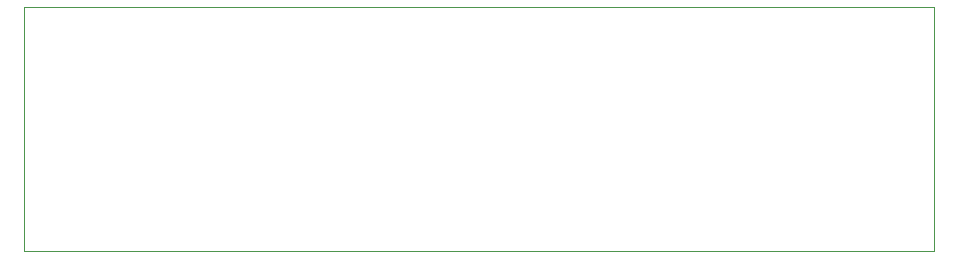
<source format=gbp>
%TF.GenerationSoftware,KiCad,Pcbnew,(7.0.0)*%
%TF.CreationDate,2023-04-04T02:03:31+02:00*%
%TF.ProjectId,main_v0.6,6d61696e-5f76-4302-9e36-2e6b69636164,rev?*%
%TF.SameCoordinates,Original*%
%TF.FileFunction,Paste,Bot*%
%TF.FilePolarity,Positive*%
%FSLAX46Y46*%
G04 Gerber Fmt 4.6, Leading zero omitted, Abs format (unit mm)*
G04 Created by KiCad (PCBNEW (7.0.0)) date 2023-04-04 02:03:31*
%MOMM*%
%LPD*%
G01*
G04 APERTURE LIST*
%ADD10C,0.120000*%
G04 APERTURE END LIST*
D10*
%TO.C,BT1*%
X72716000Y-38418000D02*
X149816000Y-38418000D01*
X72716000Y-59118000D02*
X72716000Y-38418000D01*
X149816000Y-38418000D02*
X149816000Y-59118000D01*
X149816000Y-59118000D02*
X72716000Y-59118000D01*
%TD*%
M02*

</source>
